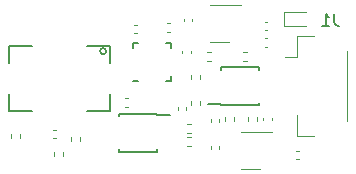
<source format=gbr>
G04 #@! TF.GenerationSoftware,KiCad,Pcbnew,(5.99.0-10394-g2e15de97e0)*
G04 #@! TF.CreationDate,2021-08-05T10:27:57+02:00*
G04 #@! TF.ProjectId,TFASPDIMU02A,54464153-5044-4494-9d55-3032412e6b69,rev?*
G04 #@! TF.SameCoordinates,Original*
G04 #@! TF.FileFunction,Legend,Bot*
G04 #@! TF.FilePolarity,Positive*
%FSLAX46Y46*%
G04 Gerber Fmt 4.6, Leading zero omitted, Abs format (unit mm)*
G04 Created by KiCad (PCBNEW (5.99.0-10394-g2e15de97e0)) date 2021-08-05 10:27:57*
%MOMM*%
%LPD*%
G01*
G04 APERTURE LIST*
%ADD10C,0.150000*%
%ADD11C,0.120000*%
G04 APERTURE END LIST*
D10*
X28654333Y13628619D02*
X28654333Y12914333D01*
X28701952Y12771476D01*
X28797190Y12676238D01*
X28940047Y12628619D01*
X29035285Y12628619D01*
X27654333Y12628619D02*
X28225761Y12628619D01*
X27940047Y12628619D02*
X27940047Y13628619D01*
X28035285Y13485761D01*
X28130523Y13390523D01*
X28225761Y13342904D01*
D11*
X25419164Y2011000D02*
X25634836Y2011000D01*
X25419164Y1291000D02*
X25634836Y1291000D01*
X21235641Y9653000D02*
X20928359Y9653000D01*
X21235641Y10413000D02*
X20928359Y10413000D01*
X16108000Y5695836D02*
X16108000Y5480164D01*
X15388000Y5695836D02*
X15388000Y5480164D01*
X15769000Y10278164D02*
X15769000Y10493836D01*
X16489000Y10278164D02*
X16489000Y10493836D01*
X17271000Y8408641D02*
X17271000Y8101359D01*
X16511000Y8408641D02*
X16511000Y8101359D01*
X22752164Y10816000D02*
X22967836Y10816000D01*
X22752164Y11536000D02*
X22967836Y11536000D01*
X10941164Y6456000D02*
X11156836Y6456000D01*
X10941164Y5736000D02*
X11156836Y5736000D01*
X17880359Y9653000D02*
X18187641Y9653000D01*
X17880359Y10413000D02*
X18187641Y10413000D01*
X24377000Y12608000D02*
X24377000Y13808000D01*
X26227000Y13808000D02*
X24377000Y13808000D01*
X26227000Y12608000D02*
X24377000Y12608000D01*
X18902000Y4464164D02*
X18902000Y4679836D01*
X18182000Y4464164D02*
X18182000Y4679836D01*
X23347000Y4806836D02*
X23347000Y4591164D01*
X22627000Y4806836D02*
X22627000Y4591164D01*
D10*
X10440000Y1931000D02*
X10440000Y2156000D01*
X13690000Y1931000D02*
X10440000Y1931000D01*
X10440000Y5181000D02*
X10440000Y4956000D01*
X13690000Y1931000D02*
X13690000Y2156000D01*
X13690000Y5056000D02*
X14765000Y5056000D01*
X13690000Y5181000D02*
X10440000Y5181000D01*
X13690000Y5181000D02*
X13690000Y5056000D01*
D11*
X2031000Y3148359D02*
X2031000Y3455641D01*
X1271000Y3148359D02*
X1271000Y3455641D01*
X19432000Y4852641D02*
X19432000Y4545359D01*
X20192000Y4852641D02*
X20192000Y4545359D01*
X22752164Y12213000D02*
X22967836Y12213000D01*
X22752164Y12933000D02*
X22967836Y12933000D01*
X22097000Y4852641D02*
X22097000Y4545359D01*
X21337000Y4852641D02*
X21337000Y4545359D01*
D10*
X1150000Y10900000D02*
X1150000Y9450000D01*
X9650000Y10900000D02*
X7700000Y10900000D01*
X1150000Y6850000D02*
X1150000Y5400000D01*
X1150000Y5400000D02*
X3100000Y5400000D01*
X9650000Y6850000D02*
X9650000Y5400000D01*
X9650000Y5400000D02*
X7700000Y5400000D01*
X3100000Y10900000D02*
X1150000Y10900000D01*
X9650000Y10900000D02*
X9650000Y9450000D01*
X9337000Y10461400D02*
G75*
G03*
X9337000Y10461400I-254000J0D01*
G01*
D11*
X25468000Y9935000D02*
X24478000Y9935000D01*
X26918000Y11735000D02*
X25468000Y11735000D01*
X25468000Y3265000D02*
X25468000Y5065000D01*
X29738000Y10465000D02*
X29738000Y4535000D01*
X25468000Y11735000D02*
X25468000Y9935000D01*
X26918000Y3265000D02*
X25468000Y3265000D01*
X11918836Y11959000D02*
X11703164Y11959000D01*
X11918836Y12679000D02*
X11703164Y12679000D01*
X14497164Y12086000D02*
X14712836Y12086000D01*
X14497164Y12806000D02*
X14712836Y12806000D01*
X16536641Y3174000D02*
X16229359Y3174000D01*
X16536641Y2414000D02*
X16229359Y2414000D01*
X4845164Y3789000D02*
X5060836Y3789000D01*
X4845164Y3069000D02*
X5060836Y3069000D01*
X16616000Y13188836D02*
X16616000Y12973164D01*
X15896000Y13188836D02*
X15896000Y12973164D01*
X17271000Y5942359D02*
X17271000Y6249641D01*
X16511000Y5942359D02*
X16511000Y6249641D01*
X4954000Y1931641D02*
X4954000Y1624359D01*
X5714000Y1931641D02*
X5714000Y1624359D01*
D10*
X19076000Y5868000D02*
X19076000Y5993000D01*
X19076000Y5868000D02*
X22326000Y5868000D01*
X22326000Y9118000D02*
X22326000Y8893000D01*
X19076000Y9118000D02*
X22326000Y9118000D01*
X19076000Y5993000D02*
X18001000Y5993000D01*
X19076000Y9118000D02*
X19076000Y8893000D01*
X22326000Y5868000D02*
X22326000Y6093000D01*
D11*
X7111000Y2892359D02*
X7111000Y3199641D01*
X6351000Y2892359D02*
X6351000Y3199641D01*
X18923000Y11267000D02*
X18123000Y11267000D01*
X18923000Y14387000D02*
X20723000Y14387000D01*
X18923000Y14387000D02*
X18123000Y14387000D01*
X18923000Y11267000D02*
X19723000Y11267000D01*
X16536641Y4317000D02*
X16229359Y4317000D01*
X16536641Y3557000D02*
X16229359Y3557000D01*
X21590000Y472000D02*
X20790000Y472000D01*
X21590000Y3592000D02*
X23390000Y3592000D01*
X21590000Y472000D02*
X22390000Y472000D01*
X21590000Y3592000D02*
X20790000Y3592000D01*
X18182000Y2393836D02*
X18182000Y2178164D01*
X18902000Y2393836D02*
X18902000Y2178164D01*
D10*
X14808000Y7925000D02*
X14808000Y8325000D01*
X11608000Y11125000D02*
X11608000Y10725000D01*
X14808000Y11125000D02*
X14408000Y11125000D01*
X11608000Y11125000D02*
X12008000Y11125000D01*
X14808000Y11125000D02*
X14808000Y10725000D01*
X11608000Y7925000D02*
X12008000Y7925000D01*
X14808000Y7925000D02*
X14408000Y7925000D01*
M02*

</source>
